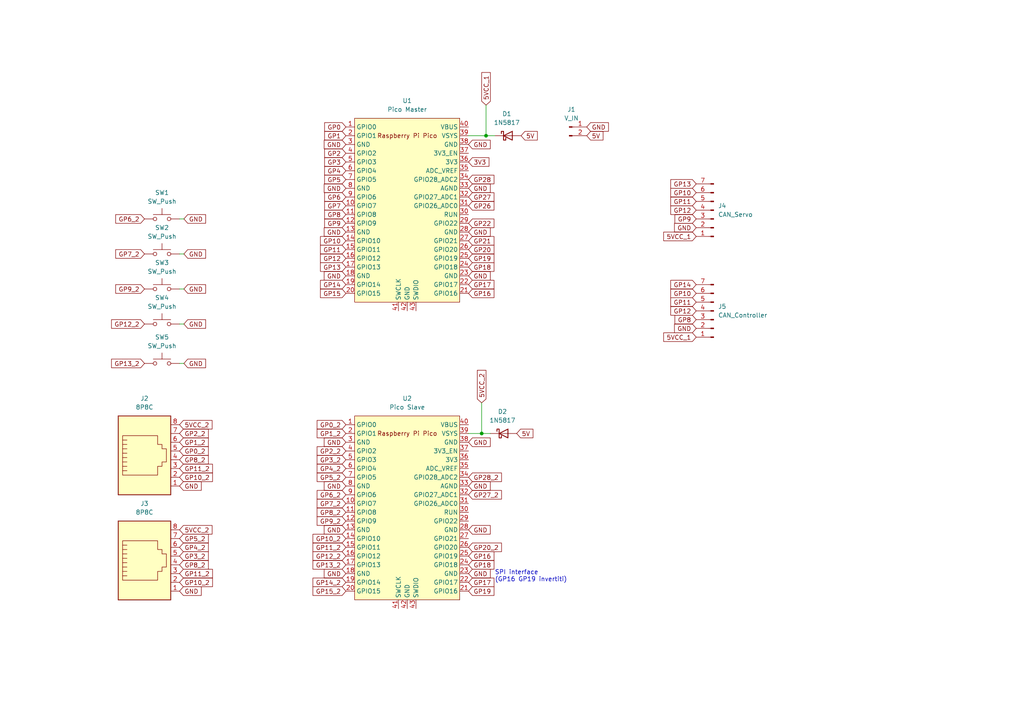
<source format=kicad_sch>
(kicad_sch (version 20230121) (generator eeschema)
  (paper "A4")
  (title_block (title "PICO Board Alia") (date "2024-11-03") (rev "3.0"))
  (lib_symbols
    (symbol "Connector:8P8C" (pin_names (offset 1.016))
      (property "Reference" "J" (at -5.08 13.97 0))
      (property "Value" "8P8C" (at 2.54 13.97 0))
      (symbol "8P8C_0_1"
        (polyline (pts (xy -5.08 4.445) (xy -6.35 4.445)))
        (polyline (pts (xy -5.08 5.715) (xy -6.35 5.715)))
        (polyline (pts (xy -6.35 -3.175) (xy -5.08 -3.175) (xy -5.08 -3.175)))
        (polyline (pts (xy -6.35 -1.905) (xy -5.08 -1.905) (xy -5.08 -1.905)))
        (polyline (pts (xy -6.35 -0.635) (xy -5.08 -0.635) (xy -5.08 -0.635)))
        (polyline (pts (xy -6.35 0.635) (xy -5.08 0.635) (xy -5.08 0.635)))
        (polyline (pts (xy -6.35 1.905) (xy -5.08 1.905) (xy -5.08 1.905)))
        (polyline (pts (xy -5.08 3.175) (xy -6.35 3.175) (xy -6.35 3.175)))
        (polyline (pts (xy -6.35 -4.445) (xy -6.35 6.985) (xy 3.81 6.985) (xy 3.81 4.445) (xy 5.08 4.445) (xy 5.08 3.175) (xy 6.35 3.175) (xy 6.35 -0.635) (xy 5.08 -0.635) (xy 5.08 -1.905) (xy 3.81 -1.905) (xy 3.81 -4.445) (xy -6.35 -4.445) (xy -6.35 -4.445)))
        (rectangle (start 7.62 12.7) (end -7.62 -10.16) (stroke (width 0.254)) (fill (type background)))
      )
      (symbol "8P8C_1_1"
        (pin passive line (at 10.16 -7.62 180) (length 2.54) (name "~") (number "1"))
        (pin passive line (at 10.16 -5.08 180) (length 2.54) (name "~") (number "2"))
        (pin passive line (at 10.16 -2.54 180) (length 2.54) (name "~") (number "3"))
        (pin passive line (at 10.16 0 180) (length 2.54) (name "~") (number "4"))
        (pin passive line (at 10.16 2.54 180) (length 2.54) (name "~") (number "5"))
        (pin passive line (at 10.16 5.08 180) (length 2.54) (name "~") (number "6"))
        (pin passive line (at 10.16 7.62 180) (length 2.54) (name "~") (number "7"))
        (pin passive line (at 10.16 10.16 180) (length 2.54) (name "~") (number "8"))
      )
    )
    (symbol "Connector:Conn_01x02_Pin" (pin_names (offset 1.016) hide)
      (property "Reference" "J" (at 0 2.54 0))
      (property "Value" "Conn_01x02_Pin" (at 0 -5.08 0))
      (symbol "Conn_01x02_Pin_1_1"
        (polyline (pts (xy 1.27 -2.54) (xy 0.8636 -2.54)) (stroke (width 0.1524)))
        (polyline (pts (xy 1.27 0) (xy 0.8636 0)) (stroke (width 0.1524)))
        (rectangle (start 0.8636 -2.413) (end 0 -2.667) (stroke (width 0.1524)) (fill (type outline)))
        (rectangle (start 0.8636 0.127) (end 0 -0.127) (stroke (width 0.1524)) (fill (type outline)))
        (pin passive line (at 5.08 0 180) (length 3.81) (name "Pin_1") (number "1"))
        (pin passive line (at 5.08 -2.54 180) (length 3.81) (name "Pin_2") (number "2"))
      )
    )
    (symbol "Connector:Conn_01x07_Pin" (pin_names (offset 1.016) hide)
      (property "Reference" "J" (at 0 10.16 0))
      (property "Value" "Conn_01x07_Pin" (at 0 -10.16 0))
      (symbol "Conn_01x07_Pin_1_1"
        (polyline (pts (xy 1.27 -7.62) (xy 0.8636 -7.62)) (stroke (width 0.1524)))
        (polyline (pts (xy 1.27 -5.08) (xy 0.8636 -5.08)) (stroke (width 0.1524)))
        (polyline (pts (xy 1.27 -2.54) (xy 0.8636 -2.54)) (stroke (width 0.1524)))
        (polyline (pts (xy 1.27 0) (xy 0.8636 0)) (stroke (width 0.1524)))
        (polyline (pts (xy 1.27 2.54) (xy 0.8636 2.54)) (stroke (width 0.1524)))
        (polyline (pts (xy 1.27 5.08) (xy 0.8636 5.08)) (stroke (width 0.1524)))
        (polyline (pts (xy 1.27 7.62) (xy 0.8636 7.62)) (stroke (width 0.1524)))
        (rectangle (start 0.8636 -7.493) (end 0 -7.747) (stroke (width 0.1524)) (fill (type outline)))
        (rectangle (start 0.8636 -4.953) (end 0 -5.207) (stroke (width 0.1524)) (fill (type outline)))
        (rectangle (start 0.8636 -2.413) (end 0 -2.667) (stroke (width 0.1524)) (fill (type outline)))
        (rectangle (start 0.8636 0.127) (end 0 -0.127) (stroke (width 0.1524)) (fill (type outline)))
        (rectangle (start 0.8636 2.667) (end 0 2.413) (stroke (width 0.1524)) (fill (type outline)))
        (rectangle (start 0.8636 5.207) (end 0 4.953) (stroke (width 0.1524)) (fill (type outline)))
        (rectangle (start 0.8636 7.747) (end 0 7.493) (stroke (width 0.1524)) (fill (type outline)))
        (pin passive line (at 5.08 7.62 180) (length 3.81) (name "Pin_1") (number "1"))
        (pin passive line (at 5.08 5.08 180) (length 3.81) (name "Pin_2") (number "2"))
        (pin passive line (at 5.08 2.54 180) (length 3.81) (name "Pin_3") (number "3"))
        (pin passive line (at 5.08 0 180) (length 3.81) (name "Pin_4") (number "4"))
        (pin passive line (at 5.08 -2.54 180) (length 3.81) (name "Pin_5") (number "5"))
        (pin passive line (at 5.08 -5.08 180) (length 3.81) (name "Pin_6") (number "6"))
        (pin passive line (at 5.08 -7.62 180) (length 3.81) (name "Pin_7") (number "7"))
      )
    )
    (symbol "Diode:1N5817" (pin_numbers hide) (pin_names (offset 1.016) hide)
      (property "Reference" "D" (at 0 2.54 0))
      (property "Value" "1N5817" (at 0 -2.54 0))
      (symbol "1N5817_0_1"
        (polyline (pts (xy 1.27 0) (xy -1.27 0)))
        (polyline (pts (xy 1.27 1.27) (xy 1.27 -1.27) (xy -1.27 0) (xy 1.27 1.27)) (stroke (width 0.254)))
        (polyline (pts (xy -1.905 0.635) (xy -1.905 1.27) (xy -1.27 1.27) (xy -1.27 -1.27) (xy -0.635 -1.27) (xy -0.635 -0.635)) (stroke (width 0.254)))
      )
      (symbol "1N5817_1_1"
        (pin passive line (at -3.81 0 0) (length 2.54) (name "K") (number "1"))
        (pin passive line (at 3.81 0 180) (length 2.54) (name "A") (number "2"))
      )
    )
    (symbol "MCU_RaspberryPi_and_Boards:Pico"
      (property "Reference" "U" (at -13.97 27.94 0))
      (property "Value" "Pico" (at 0 19.05 0))
      (symbol "Pico_0_0"
        (text "Raspberry Pi Pico" (at 0 21.59 0) (effects (font (size 1.27 1.27))))
      )
      (symbol "Pico_0_1"
        (rectangle (start -15.24 26.67) (end 15.24 -26.67) (fill (type background)))
      )
      (symbol "Pico_1_1"
        (pin bidirectional line (at -17.78 24.13 0) (length 2.54) (name "GPIO0") (number "1"))
        (pin bidirectional line (at -17.78 1.27 0) (length 2.54) (name "GPIO7") (number "10"))
        (pin bidirectional line (at -17.78 -1.27 0) (length 2.54) (name "GPIO8") (number "11"))
        (pin bidirectional line (at -17.78 -3.81 0) (length 2.54) (name "GPIO9") (number "12"))
        (pin power_in line (at -17.78 -6.35 0) (length 2.54) (name "GND") (number "13"))
        (pin bidirectional line (at -17.78 -8.89 0) (length 2.54) (name "GPIO10") (number "14"))
        (pin bidirectional line (at -17.78 -11.43 0) (length 2.54) (name "GPIO11") (number "15"))
        (pin bidirectional line (at -17.78 -13.97 0) (length 2.54) (name "GPIO12") (number "16"))
        (pin bidirectional line (at -17.78 -16.51 0) (length 2.54) (name "GPIO13") (number "17"))
        (pin power_in line (at -17.78 -19.05 0) (length 2.54) (name "GND") (number "18"))
        (pin bidirectional line (at -17.78 -21.59 0) (length 2.54) (name "GPIO14") (number "19"))
        (pin bidirectional line (at -17.78 21.59 0) (length 2.54) (name "GPIO1") (number "2"))
        (pin bidirectional line (at -17.78 -24.13 0) (length 2.54) (name "GPIO15") (number "20"))
        (pin bidirectional line (at 17.78 -24.13 180) (length 2.54) (name "GPIO16") (number "21"))
        (pin bidirectional line (at 17.78 -21.59 180) (length 2.54) (name "GPIO17") (number "22"))
        (pin power_in line (at 17.78 -19.05 180) (length 2.54) (name "GND") (number "23"))
        (pin bidirectional line (at 17.78 -16.51 180) (length 2.54) (name "GPIO18") (number "24"))
        (pin bidirectional line (at 17.78 -13.97 180) (length 2.54) (name "GPIO19") (number "25"))
        (pin bidirectional line (at 17.78 -11.43 180) (length 2.54) (name "GPIO20") (number "26"))
        (pin bidirectional line (at 17.78 -8.89 180) (length 2.54) (name "GPIO21") (number "27"))
        (pin power_in line (at 17.78 -6.35 180) (length 2.54) (name "GND") (number "28"))
        (pin bidirectional line (at 17.78 -3.81 180) (length 2.54) (name "GPIO22") (number "29"))
        (pin power_in line (at -17.78 19.05 0) (length 2.54) (name "GND") (number "3"))
        (pin input line (at 17.78 -1.27 180) (length 2.54) (name "RUN") (number "30"))
        (pin bidirectional line (at 17.78 1.27 180) (length 2.54) (name "GPIO26_ADC0") (number "31"))
        (pin bidirectional line (at 17.78 3.81 180) (length 2.54) (name "GPIO27_ADC1") (number "32"))
        (pin power_in line (at 17.78 6.35 180) (length 2.54) (name "AGND") (number "33"))
        (pin bidirectional line (at 17.78 8.89 180) (length 2.54) (name "GPIO28_ADC2") (number "34"))
        (pin power_in line (at 17.78 11.43 180) (length 2.54) (name "ADC_VREF") (number "35"))
        (pin power_in line (at 17.78 13.97 180) (length 2.54) (name "3V3") (number "36"))
        (pin input line (at 17.78 16.51 180) (length 2.54) (name "3V3_EN") (number "37"))
        (pin bidirectional line (at 17.78 19.05 180) (length 2.54) (name "GND") (number "38"))
        (pin power_in line (at 17.78 21.59 180) (length 2.54) (name "VSYS") (number "39"))
        (pin bidirectional line (at -17.78 16.51 0) (length 2.54) (name "GPIO2") (number "4"))
        (pin power_in line (at 17.78 24.13 180) (length 2.54) (name "VBUS") (number "40"))
        (pin input line (at -2.54 -29.21 90) (length 2.54) (name "SWCLK") (number "41"))
        (pin power_in line (at 0 -29.21 90) (length 2.54) (name "GND") (number "42"))
        (pin bidirectional line (at 2.54 -29.21 90) (length 2.54) (name "SWDIO") (number "43"))
        (pin bidirectional line (at -17.78 13.97 0) (length 2.54) (name "GPIO3") (number "5"))
        (pin bidirectional line (at -17.78 11.43 0) (length 2.54) (name "GPIO4") (number "6"))
        (pin bidirectional line (at -17.78 8.89 0) (length 2.54) (name "GPIO5") (number "7"))
        (pin power_in line (at -17.78 6.35 0) (length 2.54) (name "GND") (number "8"))
        (pin bidirectional line (at -17.78 3.81 0) (length 2.54) (name "GPIO6") (number "9"))
      )
    )
    (symbol "Switch:SW_Push" (pin_numbers hide) (pin_names (offset 1.016) hide)
      (property "Reference" "SW" (at 1.27 2.54 0))
      (property "Value" "SW_Push" (at 0 -1.524 0))
      (symbol "SW_Push_0_1"
        (circle (center -2.032 0) (radius 0.508))
        (polyline (pts (xy 0 1.27) (xy 0 3.048)))
        (polyline (pts (xy 2.54 1.27) (xy -2.54 1.27)))
        (circle (center 2.032 0) (radius 0.508))
        (pin passive line (at -5.08 0 0) (length 2.54) (name "1") (number "1"))
        (pin passive line (at 5.08 0 180) (length 2.54) (name "2") (number "2"))
      )
    )
  )
  (junction (at 139.7 125.73))
  (junction (at 140.97 39.37))
  (wire (pts (xy 135.89 125.73) (xy 139.7 125.73)))
  (wire (pts (xy 52.07 93.98) (xy 53.34 93.98)))
  (wire (pts (xy 139.7 116.84) (xy 139.7 125.73)))
  (wire (pts (xy 52.07 83.82) (xy 53.34 83.82)))
  (wire (pts (xy 53.34 105.41) (xy 52.07 105.41)))
  (wire (pts (xy 139.7 125.73) (xy 142.24 125.73)))
  (wire (pts (xy 140.97 30.48) (xy 140.97 39.37)))
  (wire (pts (xy 140.97 39.37) (xy 143.51 39.37)))
  (wire (pts (xy 52.07 73.66) (xy 53.34 73.66)))
  (wire (pts (xy 135.89 39.37) (xy 140.97 39.37)))
  (wire (pts (xy 52.07 63.5) (xy 53.34 63.5)))
  (text "SPI interface \n(GP16 GP19 invertiti)" (at 143.51 168.91 0) (effects (font (size 1.27 1.27)) (justify left bottom)))
  (global_label "GP1_2" (shape input) (at 100.33 125.73 180) (property "Intersheetrefs" "${INTERSHEET_REFS}" (effects hide)))
  (global_label "GP4" (shape input) (at 100.33 49.53 180) (property "Intersheetrefs" "${INTERSHEET_REFS}" (effects hide)))
  (global_label "GP1_2" (shape input) (at 52.07 128.27 0) (property "Intersheetrefs" "${INTERSHEET_REFS}" (effects hide)))
  (global_label "GP12_2" (shape input) (at 100.33 161.29 180) (property "Intersheetrefs" "${INTERSHEET_REFS}" (effects hide)))
  (global_label "GP3_2" (shape input) (at 52.07 161.29 0) (property "Intersheetrefs" "${INTERSHEET_REFS}" (effects hide)))
  (global_label "GND" (shape input) (at 100.33 41.91 180) (property "Intersheetrefs" "${INTERSHEET_REFS}" (effects hide)))
  (global_label "GP10" (shape input) (at 201.93 55.88 180) (property "Intersheetrefs" "${INTERSHEET_REFS}" (effects hide)))
  (global_label "GND" (shape input) (at 52.07 171.45 0) (property "Intersheetrefs" "${INTERSHEET_REFS}" (effects hide)))
  (global_label "GP17" (shape input) (at 135.89 168.91 0) (property "Intersheetrefs" "${INTERSHEET_REFS}" (effects hide)))
  (global_label "GP21" (shape input) (at 135.89 69.85 0) (property "Intersheetrefs" "${INTERSHEET_REFS}" (effects hide)))
  (global_label "GND" (shape input) (at 135.89 41.91 0) (property "Intersheetrefs" "${INTERSHEET_REFS}" (effects hide)))
  (global_label "GP10_2" (shape input) (at 52.07 138.43 0) (property "Intersheetrefs" "${INTERSHEET_REFS}" (effects hide)))
  (global_label "GP20_2" (shape input) (at 135.89 158.75 0) (property "Intersheetrefs" "${INTERSHEET_REFS}" (effects hide)))
  (global_label "GP17" (shape input) (at 135.89 82.55 0) (property "Intersheetrefs" "${INTERSHEET_REFS}" (effects hide)))
  (global_label "GP7_2" (shape input) (at 100.33 146.05 180) (property "Intersheetrefs" "${INTERSHEET_REFS}" (effects hide)))
  (global_label "GP13" (shape input) (at 100.33 77.47 180) (property "Intersheetrefs" "${INTERSHEET_REFS}" (effects hide)))
  (global_label "GP0_2" (shape input) (at 100.33 123.19 180) (property "Intersheetrefs" "${INTERSHEET_REFS}" (effects hide)))
  (global_label "GND" (shape input) (at 135.89 166.37 0) (property "Intersheetrefs" "${INTERSHEET_REFS}" (effects hide)))
  (global_label "GND" (shape input) (at 52.07 140.97 0) (property "Intersheetrefs" "${INTERSHEET_REFS}" (effects hide)))
  (global_label "GP11" (shape input) (at 201.93 87.63 180) (property "Intersheetrefs" "${INTERSHEET_REFS}" (effects hide)))
  (global_label "GP9_2" (shape input) (at 100.33 151.13 180) (property "Intersheetrefs" "${INTERSHEET_REFS}" (effects hide)))
  (global_label "GP18" (shape input) (at 135.89 77.47 0) (property "Intersheetrefs" "${INTERSHEET_REFS}" (effects hide)))
  (global_label "GP10_2" (shape input) (at 100.33 156.21 180) (property "Intersheetrefs" "${INTERSHEET_REFS}" (effects hide)))
  (global_label "GP18" (shape input) (at 135.89 163.83 0) (property "Intersheetrefs" "${INTERSHEET_REFS}" (effects hide)))
  (global_label "GP6_2" (shape input) (at 41.91 63.5 180) (property "Intersheetrefs" "${INTERSHEET_REFS}" (effects hide)))
  (global_label "GND" (shape input) (at 53.34 73.66 0) (property "Intersheetrefs" "${INTERSHEET_REFS}" (effects hide)))
  (global_label "GP9" (shape input) (at 100.33 64.77 180) (property "Intersheetrefs" "${INTERSHEET_REFS}" (effects hide)))
  (global_label "GP28_2" (shape input) (at 135.89 138.43 0) (property "Intersheetrefs" "${INTERSHEET_REFS}" (effects hide)))
  (global_label "3V3" (shape input) (at 135.89 46.99 0) (property "Intersheetrefs" "${INTERSHEET_REFS}" (effects hide)))
  (global_label "GND" (shape input) (at 100.33 153.67 180) (property "Intersheetrefs" "${INTERSHEET_REFS}" (effects hide)))
  (global_label "GP8_2" (shape input) (at 52.07 133.35 0) (property "Intersheetrefs" "${INTERSHEET_REFS}" (effects hide)))
  (global_label "GP6_2" (shape input) (at 100.33 143.51 180) (property "Intersheetrefs" "${INTERSHEET_REFS}" (effects hide)))
  (global_label "GP6" (shape input) (at 100.33 57.15 180) (property "Intersheetrefs" "${INTERSHEET_REFS}" (effects hide)))
  (global_label "GP5_2" (shape input) (at 100.33 138.43 180) (property "Intersheetrefs" "${INTERSHEET_REFS}" (effects hide)))
  (global_label "GP5_2" (shape input) (at 52.07 156.21 0) (property "Intersheetrefs" "${INTERSHEET_REFS}" (effects hide)))
  (global_label "GND" (shape input) (at 170.18 36.83 0) (property "Intersheetrefs" "${INTERSHEET_REFS}" (effects hide)))
  (global_label "GP15_2" (shape input) (at 100.33 171.45 180) (property "Intersheetrefs" "${INTERSHEET_REFS}" (effects hide)))
  (global_label "GP5" (shape input) (at 100.33 52.07 180) (property "Intersheetrefs" "${INTERSHEET_REFS}" (effects hide)))
  (global_label "GP27_2" (shape input) (at 135.89 143.51 0) (property "Intersheetrefs" "${INTERSHEET_REFS}" (effects hide)))
  (global_label "GND" (shape input) (at 100.33 67.31 180) (property "Intersheetrefs" "${INTERSHEET_REFS}" (effects hide)))
  (global_label "5VCC_1" (shape input) (at 201.93 68.58 180) (property "Intersheetrefs" "${INTERSHEET_REFS}" (effects hide)))
  (global_label "GP9" (shape input) (at 201.93 63.5 180) (property "Intersheetrefs" "${INTERSHEET_REFS}" (effects hide)))
  (global_label "GP12_2" (shape input) (at 41.91 93.98 180) (property "Intersheetrefs" "${INTERSHEET_REFS}" (effects hide)))
  (global_label "GND" (shape input) (at 100.33 54.61 180) (property "Intersheetrefs" "${INTERSHEET_REFS}" (effects hide)))
  (global_label "GP14_2" (shape input) (at 100.33 168.91 180) (property "Intersheetrefs" "${INTERSHEET_REFS}" (effects hide)))
  (global_label "GP0_2" (shape input) (at 52.07 130.81 0) (property "Intersheetrefs" "${INTERSHEET_REFS}" (effects hide)))
  (global_label "GP15" (shape input) (at 100.33 85.09 180) (property "Intersheetrefs" "${INTERSHEET_REFS}" (effects hide)))
  (global_label "GND" (shape input) (at 53.34 63.5 0) (property "Intersheetrefs" "${INTERSHEET_REFS}" (effects hide)))
  (global_label "GP9_2" (shape input) (at 41.91 83.82 180) (property "Intersheetrefs" "${INTERSHEET_REFS}" (effects hide)))
  (global_label "GP8" (shape input) (at 100.33 62.23 180) (property "Intersheetrefs" "${INTERSHEET_REFS}" (effects hide)))
  (global_label "GND" (shape input) (at 100.33 166.37 180) (property "Intersheetrefs" "${INTERSHEET_REFS}" (effects hide)))
  (global_label "GP8_2" (shape input) (at 52.07 163.83 0) (property "Intersheetrefs" "${INTERSHEET_REFS}" (effects hide)))
  (global_label "GND" (shape input) (at 135.89 140.97 0) (property "Intersheetrefs" "${INTERSHEET_REFS}" (effects hide)))
  (global_label "GP11_2" (shape input) (at 52.07 166.37 0) (property "Intersheetrefs" "${INTERSHEET_REFS}" (effects hide)))
  (global_label "GP27" (shape input) (at 135.89 57.15 0) (property "Intersheetrefs" "${INTERSHEET_REFS}" (effects hide)))
  (global_label "GND" (shape input) (at 201.93 66.04 180) (property "Intersheetrefs" "${INTERSHEET_REFS}" (effects hide)))
  (global_label "GP22" (shape input) (at 135.89 64.77 0) (property "Intersheetrefs" "${INTERSHEET_REFS}" (effects hide)))
  (global_label "GP12" (shape input) (at 201.93 60.96 180) (property "Intersheetrefs" "${INTERSHEET_REFS}" (effects hide)))
  (global_label "GP3_2" (shape input) (at 100.33 133.35 180) (property "Intersheetrefs" "${INTERSHEET_REFS}" (effects hide)))
  (global_label "GND" (shape input) (at 135.89 67.31 0) (property "Intersheetrefs" "${INTERSHEET_REFS}" (effects hide)))
  (global_label "GP3" (shape input) (at 100.33 46.99 180) (property "Intersheetrefs" "${INTERSHEET_REFS}" (effects hide)))
  (global_label "5VCC_1" (shape input) (at 140.97 30.48 90) (property "Intersheetrefs" "${INTERSHEET_REFS}" (effects hide)))
  (global_label "GP11_2" (shape input) (at 52.07 135.89 0) (property "Intersheetrefs" "${INTERSHEET_REFS}" (effects hide)))
  (global_label "5VCC_2" (shape input) (at 52.07 153.67 0) (property "Intersheetrefs" "${INTERSHEET_REFS}" (effects hide)))
  (global_label "GP14" (shape input) (at 201.93 82.55 180) (property "Intersheetrefs" "${INTERSHEET_REFS}" (effects hide)))
  (global_label "GND" (shape input) (at 100.33 140.97 180) (property "Intersheetrefs" "${INTERSHEET_REFS}" (effects hide)))
  (global_label "GP11" (shape input) (at 100.33 72.39 180) (property "Intersheetrefs" "${INTERSHEET_REFS}" (effects hide)))
  (global_label "GND" (shape input) (at 201.93 95.25 180) (property "Intersheetrefs" "${INTERSHEET_REFS}" (effects hide)))
  (global_label "GND" (shape input) (at 100.33 128.27 180) (property "Intersheetrefs" "${INTERSHEET_REFS}" (effects hide)))
  (global_label "5VCC_1" (shape input) (at 201.93 97.79 180) (property "Intersheetrefs" "${INTERSHEET_REFS}" (effects hide)))
  (global_label "5VCC_2" (shape input) (at 52.07 123.19 0) (property "Intersheetrefs" "${INTERSHEET_REFS}" (effects hide)))
  (global_label "GP0" (shape input) (at 100.33 36.83 180) (property "Intersheetrefs" "${INTERSHEET_REFS}" (effects hide)))
  (global_label "GND" (shape input) (at 53.34 105.41 0) (property "Intersheetrefs" "${INTERSHEET_REFS}" (effects hide)))
  (global_label "GND" (shape input) (at 100.33 80.01 180) (property "Intersheetrefs" "${INTERSHEET_REFS}" (effects hide)))
  (global_label "GP4_2" (shape input) (at 52.07 158.75 0) (property "Intersheetrefs" "${INTERSHEET_REFS}" (effects hide)))
  (global_label "GP10" (shape input) (at 100.33 69.85 180) (property "Intersheetrefs" "${INTERSHEET_REFS}" (effects hide)))
  (global_label "GP8_2" (shape input) (at 100.33 148.59 180) (property "Intersheetrefs" "${INTERSHEET_REFS}" (effects hide)))
  (global_label "GP12" (shape input) (at 201.93 90.17 180) (property "Intersheetrefs" "${INTERSHEET_REFS}" (effects hide)))
  (global_label "GP13" (shape input) (at 201.93 53.34 180) (property "Intersheetrefs" "${INTERSHEET_REFS}" (effects hide)))
  (global_label "GP14" (shape input) (at 100.33 82.55 180) (property "Intersheetrefs" "${INTERSHEET_REFS}" (effects hide)))
  (global_label "GP28" (shape input) (at 135.89 52.07 0) (property "Intersheetrefs" "${INTERSHEET_REFS}" (effects hide)))
  (global_label "GP13_2" (shape input) (at 100.33 163.83 180) (property "Intersheetrefs" "${INTERSHEET_REFS}" (effects hide)))
  (global_label "GP12" (shape input) (at 100.33 74.93 180) (property "Intersheetrefs" "${INTERSHEET_REFS}" (effects hide)))
  (global_label "GND" (shape input) (at 53.34 93.98 0) (property "Intersheetrefs" "${INTERSHEET_REFS}" (effects hide)))
  (global_label "GP19" (shape input) (at 135.89 171.45 0) (property "Intersheetrefs" "${INTERSHEET_REFS}" (effects hide)))
  (global_label "GP20" (shape input) (at 135.89 72.39 0) (property "Intersheetrefs" "${INTERSHEET_REFS}" (effects hide)))
  (global_label "GP1" (shape input) (at 100.33 39.37 180) (property "Intersheetrefs" "${INTERSHEET_REFS}" (effects hide)))
  (global_label "GND" (shape input) (at 135.89 128.27 0) (property "Intersheetrefs" "${INTERSHEET_REFS}" (effects hide)))
  (global_label "GP19" (shape input) (at 135.89 74.93 0) (property "Intersheetrefs" "${INTERSHEET_REFS}" (effects hide)))
  (global_label "5V" (shape input) (at 151.13 39.37 0) (property "Intersheetrefs" "${INTERSHEET_REFS}" (effects hide)))
  (global_label "5VCC_2" (shape input) (at 139.7 116.84 90) (property "Intersheetrefs" "${INTERSHEET_REFS}" (effects hide)))
  (global_label "GP7_2" (shape input) (at 41.91 73.66 180) (property "Intersheetrefs" "${INTERSHEET_REFS}" (effects hide)))
  (global_label "GP11_2" (shape input) (at 100.33 158.75 180) (property "Intersheetrefs" "${INTERSHEET_REFS}" (effects hide)))
  (global_label "GP16" (shape input) (at 135.89 85.09 0) (property "Intersheetrefs" "${INTERSHEET_REFS}" (effects hide)))
  (global_label "GP13_2" (shape input) (at 41.91 105.41 180) (property "Intersheetrefs" "${INTERSHEET_REFS}" (effects hide)))
  (global_label "GP11" (shape input) (at 201.93 58.42 180) (property "Intersheetrefs" "${INTERSHEET_REFS}" (effects hide)))
  (global_label "GP2_2" (shape input) (at 100.33 130.81 180) (property "Intersheetrefs" "${INTERSHEET_REFS}" (effects hide)))
  (global_label "GND" (shape input) (at 135.89 153.67 0) (property "Intersheetrefs" "${INTERSHEET_REFS}" (effects hide)))
  (global_label "GP2" (shape input) (at 100.33 44.45 180) (property "Intersheetrefs" "${INTERSHEET_REFS}" (effects hide)))
  (global_label "GP4_2" (shape input) (at 100.33 135.89 180) (property "Intersheetrefs" "${INTERSHEET_REFS}" (effects hide)))
  (global_label "GP2_2" (shape input) (at 52.07 125.73 0) (property "Intersheetrefs" "${INTERSHEET_REFS}" (effects hide)))
  (global_label "GND" (shape input) (at 135.89 80.01 0) (property "Intersheetrefs" "${INTERSHEET_REFS}" (effects hide)))
  (global_label "GP16" (shape input) (at 135.89 161.29 0) (property "Intersheetrefs" "${INTERSHEET_REFS}" (effects hide)))
  (global_label "GP26" (shape input) (at 135.89 59.69 0) (property "Intersheetrefs" "${INTERSHEET_REFS}" (effects hide)))
  (global_label "GP7" (shape input) (at 100.33 59.69 180) (property "Intersheetrefs" "${INTERSHEET_REFS}" (effects hide)))
  (global_label "GP10_2" (shape input) (at 52.07 168.91 0) (property "Intersheetrefs" "${INTERSHEET_REFS}" (effects hide)))
  (global_label "5V" (shape input) (at 170.18 39.37 0) (property "Intersheetrefs" "${INTERSHEET_REFS}" (effects hide)))
  (global_label "5V" (shape input) (at 149.86 125.73 0) (property "Intersheetrefs" "${INTERSHEET_REFS}" (effects hide)))
  (global_label "GND" (shape input) (at 53.34 83.82 0) (property "Intersheetrefs" "${INTERSHEET_REFS}" (effects hide)))
  (global_label "GP8" (shape input) (at 201.93 92.71 180) (property "Intersheetrefs" "${INTERSHEET_REFS}" (effects hide)))
  (global_label "GP10" (shape input) (at 201.93 85.09 180) (property "Intersheetrefs" "${INTERSHEET_REFS}" (effects hide)))
  (global_label "GND" (shape input) (at 135.89 54.61 0) (property "Intersheetrefs" "${INTERSHEET_REFS}" (effects hide)))
  (symbol (lib_id "Connector:8P8C") (at 41.91 133.35 0) (unit 1)
    (property "Reference" "J2" (at 41.91 115.57 0))
    (property "Value" "8P8C" (at 41.91 118.11 0))
    (property "Footprint" "Connector_RJ:RJ45_Amphenol_RJHSE5380" (effects hide))
  )
  (symbol (lib_id "Switch:SW_Push") (at 46.99 83.82 0) (unit 1)
    (property "Reference" "SW3" (at 46.99 76.2 0))
    (property "Value" "SW_Push" (at 46.99 78.74 0))
    (property "Footprint" "Button_Switch_THT:SW_PUSH_6mm" (effects hide))
  )
  (symbol (lib_id "MCU_RaspberryPi_and_Boards:Pico") (at 118.11 147.32 0) (unit 1)
    (property "Reference" "U2" (at 118.11 115.57 0))
    (property "Value" "Pico Slave" (at 118.11 118.11 0))
    (property "Footprint" "MCU_RaspberryPi_and_Boards:RPi_Pico_SMD_TH" (effects hide))
  )
  (symbol (lib_id "Connector:Conn_01x07_Pin") (at 207.01 60.96 180) (unit 1)
    (property "Reference" "J4" (at 208.28 59.69 0) (effects (justify right)))
    (property "Value" "CAN_Servo" (at 208.28 62.23 0) (effects (justify right)))
    (property "Footprint" "Connector_PinSocket_2.54mm:PinSocket_1x07_P2.54mm_Vertical" (effects hide))
  )
  (symbol (lib_id "Switch:SW_Push") (at 46.99 93.98 0) (unit 1)
    (property "Reference" "SW4" (at 46.99 86.36 0))
    (property "Value" "SW_Push" (at 46.99 88.9 0))
    (property "Footprint" "Button_Switch_THT:SW_PUSH_6mm" (effects hide))
  )
  (symbol (lib_id "Connector:Conn_01x07_Pin") (at 207.01 90.17 180) (unit 1)
    (property "Reference" "J5" (at 208.28 88.9 0) (effects (justify right)))
    (property "Value" "CAN_Controller" (at 208.28 91.44 0) (effects (justify right)))
    (property "Footprint" "Connector_PinSocket_2.54mm:PinSocket_1x07_P2.54mm_Vertical" (effects hide))
  )
  (symbol (lib_id "Connector:8P8C") (at 41.91 163.83 0) (unit 1)
    (property "Reference" "J3" (at 41.91 146.05 0))
    (property "Value" "8P8C" (at 41.91 148.59 0))
    (property "Footprint" "Connector_RJ:RJ45_Amphenol_RJHSE5380" (effects hide))
  )
  (symbol (lib_id "Switch:SW_Push") (at 46.99 73.66 0) (unit 1)
    (property "Reference" "SW2" (at 46.99 66.04 0))
    (property "Value" "SW_Push" (at 46.99 68.58 0))
    (property "Footprint" "Button_Switch_THT:SW_PUSH_6mm" (effects hide))
  )
  (symbol (lib_id "Switch:SW_Push") (at 46.99 105.41 0) (unit 1)
    (property "Reference" "SW5" (at 46.99 97.79 0))
    (property "Value" "SW_Push" (at 46.99 100.33 0))
    (property "Footprint" "Button_Switch_THT:SW_PUSH_6mm" (effects hide))
  )
  (symbol (lib_id "Diode:1N5817") (at 146.05 125.73 0) (unit 1)
    (property "Reference" "D2" (at 145.7325 119.38 0))
    (property "Value" "1N5817" (at 145.7325 121.92 0))
    (property "Footprint" "Diode_THT:D_DO-41_SOD81_P10.16mm_Horizontal" (effects hide))
    (property "Datasheet" "http://www.vishay.com/docs/88525/1n5817.pdf" (effects hide))
  )
  (symbol (lib_id "Connector:Conn_01x02_Pin") (at 165.1 36.83 0) (unit 1)
    (property "Reference" "J1" (at 165.735 31.75 0))
    (property "Value" "V_IN" (at 165.735 34.29 0))
    (property "Footprint" "TerminalBlock:TerminalBlock_bornier-2_P5.08mm" (effects hide))
  )
  (symbol (lib_id "Diode:1N5817") (at 147.32 39.37 0) (unit 1)
    (property "Reference" "D1" (at 147.0025 33.02 0))
    (property "Value" "1N5817" (at 147.0025 35.56 0))
    (property "Footprint" "Diode_THT:D_DO-41_SOD81_P10.16mm_Horizontal" (effects hide))
    (property "Datasheet" "http://www.vishay.com/docs/88525/1n5817.pdf" (effects hide))
  )
  (symbol (lib_id "Switch:SW_Push") (at 46.99 63.5 0) (unit 1)
    (property "Reference" "SW1" (at 46.99 55.88 0))
    (property "Value" "SW_Push" (at 46.99 58.42 0))
    (property "Footprint" "Button_Switch_THT:SW_PUSH_6mm" (effects hide))
  )
  (symbol (lib_id "MCU_RaspberryPi_and_Boards:Pico") (at 118.11 60.96 0) (unit 1)
    (property "Reference" "U1" (at 118.11 29.21 0))
    (property "Value" "Pico Master" (at 118.11 31.75 0))
    (property "Footprint" "MCU_RaspberryPi_and_Boards:RPi_Pico_SMD_TH" (effects hide))
  )
)
</source>
